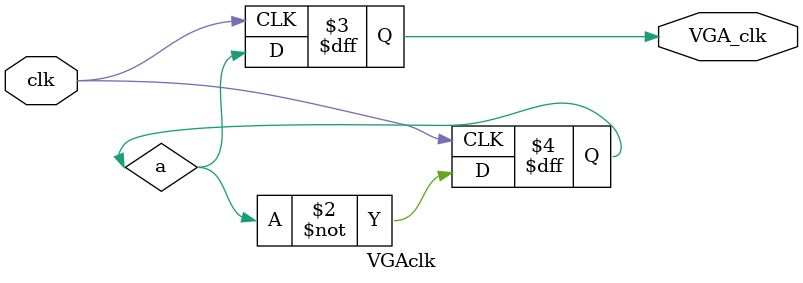
<source format=v>
module VGAclk(clk, VGA_clk); // VGA runs at 25MHz, DE2-115 clk runs at 50MHz

	input clk;
	output reg VGA_clk;
	reg a;

	always @(posedge clk)
	begin
		a <= ~a; 
		VGA_clk <= a;
	end
endmodule
</source>
